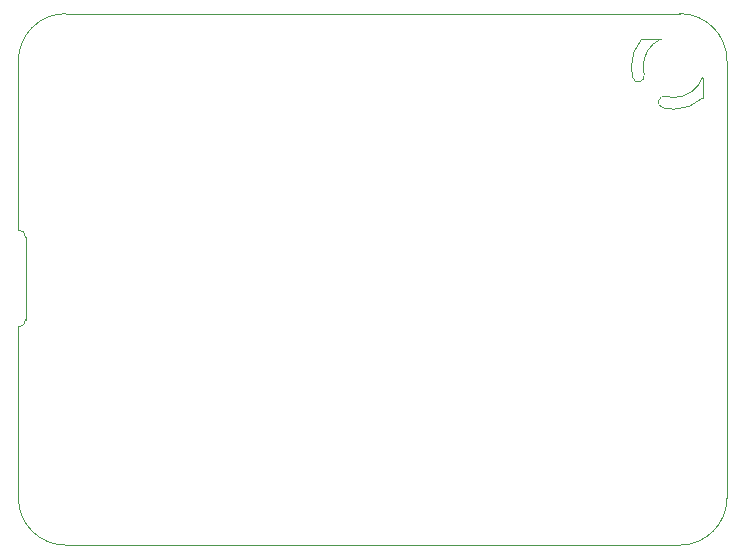
<source format=gm1>
G04 #@! TF.GenerationSoftware,KiCad,Pcbnew,9.0.4*
G04 #@! TF.CreationDate,2025-11-06T01:47:32+02:00*
G04 #@! TF.ProjectId,iot-risk-logger-stm32l4,696f742d-7269-4736-9b2d-6c6f67676572,1.0.0*
G04 #@! TF.SameCoordinates,Original*
G04 #@! TF.FileFunction,Profile,NP*
%FSLAX46Y46*%
G04 Gerber Fmt 4.6, Leading zero omitted, Abs format (unit mm)*
G04 Created by KiCad (PCBNEW 9.0.4) date 2025-11-06 01:47:32*
%MOMM*%
%LPD*%
G01*
G04 APERTURE LIST*
G04 #@! TA.AperFunction,Profile*
%ADD10C,0.100000*%
G04 #@! TD*
G04 #@! TA.AperFunction,Profile*
%ADD11C,0.050000*%
G04 #@! TD*
G04 APERTURE END LIST*
D10*
X85000000Y-62025612D02*
G75*
G02*
X81022802Y-66000017I-4000000J25612D01*
G01*
X25000000Y-25000908D02*
G75*
G02*
X29000020Y-21000000I4000020J888D01*
G01*
X29000020Y-21000000D02*
X81000000Y-21000000D01*
X28999999Y-66000000D02*
X81022802Y-66000016D01*
X25000000Y-25000908D02*
X25003178Y-39308773D01*
X25620578Y-46922532D02*
G75*
G02*
X25003178Y-47528682I-617378J11332D01*
G01*
D11*
X77759525Y-23165521D02*
X79378216Y-23154451D01*
X77989399Y-26175931D02*
G75*
G02*
X77900000Y-25500000I2510601J675931D01*
G01*
D10*
X85000000Y-25000000D02*
X85000000Y-62025612D01*
D11*
X76900000Y-25500000D02*
G75*
G02*
X77759524Y-23165521I3600000J0D01*
G01*
X79552773Y-28973163D02*
G75*
G02*
X79824050Y-28010674I146927J478063D01*
G01*
D10*
X28999999Y-66000000D02*
G75*
G02*
X25000000Y-61999122I1J4000000D01*
G01*
D11*
X77900000Y-25500000D02*
G75*
G02*
X79378216Y-23154451I2600000J0D01*
G01*
D10*
X25000000Y-61999122D02*
X25003178Y-47528681D01*
D11*
X82934456Y-26412921D02*
G75*
G02*
X80500000Y-28100000I-2434456J912921D01*
G01*
X82934455Y-26412921D02*
X82927369Y-28158548D01*
X80500000Y-28100000D02*
G75*
G02*
X79824069Y-28010601I0J2600000D01*
G01*
X77013425Y-26396548D02*
G75*
G02*
X76899996Y-25500000I3486475J896548D01*
G01*
D10*
X25003178Y-39308773D02*
G75*
G02*
X25620576Y-39934135I22J-617427D01*
G01*
D11*
X77983912Y-26177319D02*
G75*
G02*
X77013498Y-26396536I-482412J-121981D01*
G01*
X82927370Y-28158548D02*
G75*
G02*
X80500000Y-29100000I-2427370J2658548D01*
G01*
D10*
X81000000Y-21000000D02*
G75*
G02*
X85000000Y-25000000I0J-4000000D01*
G01*
X25620578Y-39934135D02*
X25620578Y-46922532D01*
D11*
X80500000Y-29100000D02*
G75*
G02*
X79552776Y-28973153I0J3600100D01*
G01*
M02*

</source>
